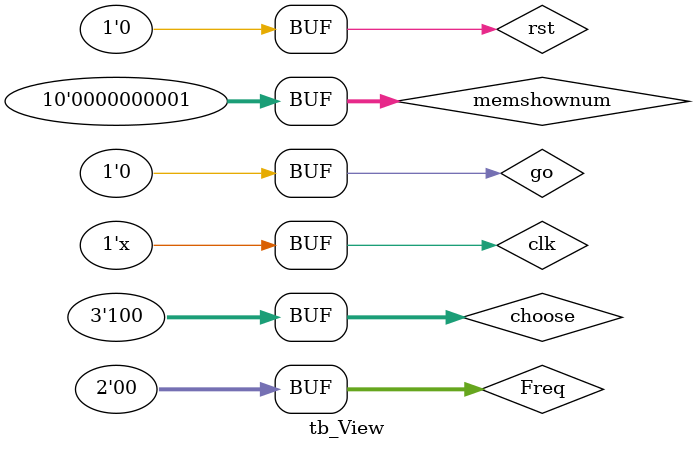
<source format=v>
`timescale 1ns / 1ps

module tb_View();
    reg clk;
    reg rst;
    reg go;
    reg [2:0]choose;  //暂时设置为switch选择
    reg[9:0]memshownum;
    reg[1:0]Freq;
    wire [7:0]SEG;
    wire [7:0]AN;
    
    initial begin
        clk <= 0;
        rst <= 0;
        choose <= 4;
        go <= 0;
        choose <= 4;
        memshownum<= 0;
        Freq <= 0;
        #2452090 memshownum <= 1;
    end
    
    always #1 clk = ~clk; 
    
    View tb_view(clk,rst,go,choose,memshownum,Freq ,SEG,AN);
    
endmodule

</source>
